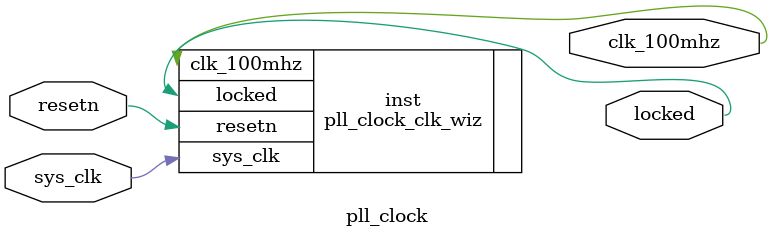
<source format=v>


`timescale 1ps/1ps

(* CORE_GENERATION_INFO = "pll_clock,clk_wiz_v6_0_12_0_0,{component_name=pll_clock,use_phase_alignment=true,use_min_o_jitter=false,use_max_i_jitter=false,use_dyn_phase_shift=false,use_inclk_switchover=false,use_dyn_reconfig=false,enable_axi=0,feedback_source=FDBK_AUTO,PRIMITIVE=PLL,num_out_clk=1,clkin1_period=20.000,clkin2_period=10.000,use_power_down=false,use_reset=true,use_locked=true,use_inclk_stopped=false,feedback_type=SINGLE,CLOCK_MGR_TYPE=NA,manual_override=false}" *)

module pll_clock 
 (
  // Clock out ports
  output        clk_100mhz,
  // Status and control signals
  input         resetn,
  output        locked,
 // Clock in ports
  input         sys_clk
 );

  pll_clock_clk_wiz inst
  (
  // Clock out ports  
  .clk_100mhz(clk_100mhz),
  // Status and control signals               
  .resetn(resetn), 
  .locked(locked),
 // Clock in ports
  .sys_clk(sys_clk)
  );

endmodule

</source>
